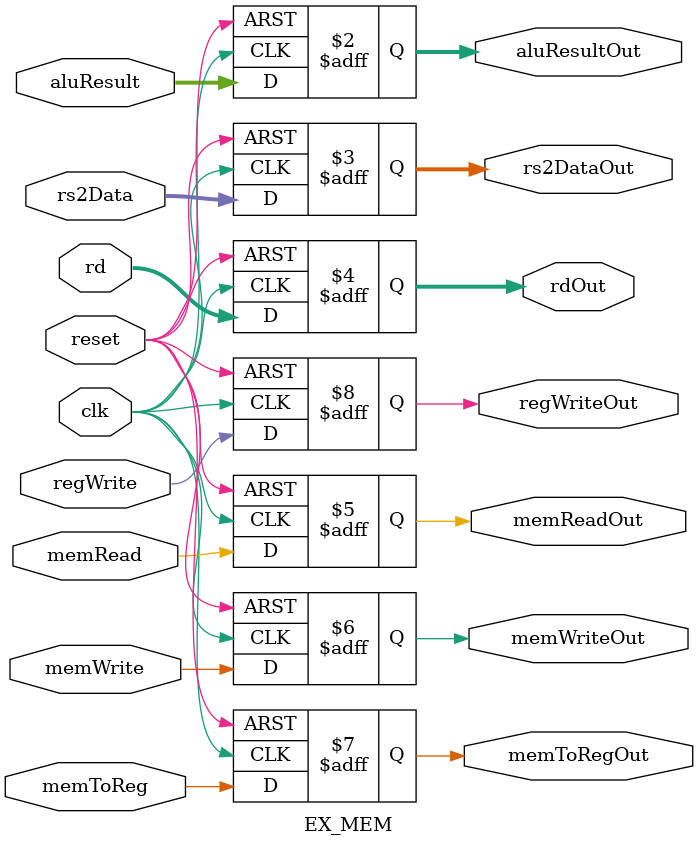
<source format=v>
module EX_MEM(
    input clk, reset,

    input [31:0] aluResult,
    input [31:0] rs2Data,
    input [4:0] rd,

    input memRead,
    input memWrite,
    input memToReg,
    input regWrite,

    output reg [31:0] aluResultOut,
    output reg [31:0] rs2DataOut,
    output reg [4:0] rdOut,

    output reg memReadOut,
    output reg memWriteOut,
    output reg memToRegOut,
    output reg regWriteOut
);

always @(posedge clk or posedge reset) begin
    if (reset) begin
        aluResultOut <= 0;
        rs2DataOut <= 0;
        rdOut <= 0;
        memReadOut <= 0;
        memWriteOut <= 0;
        memToRegOut <= 0;
        regWriteOut <= 0;
    end else begin
        aluResultOut <= aluResult;
        rs2DataOut <= rs2Data;
        rdOut <= rd;
        memReadOut <= memRead;
        memWriteOut <= memWrite;
        memToRegOut <= memToReg;
        regWriteOut <= regWrite;
    end
end

endmodule
</source>
